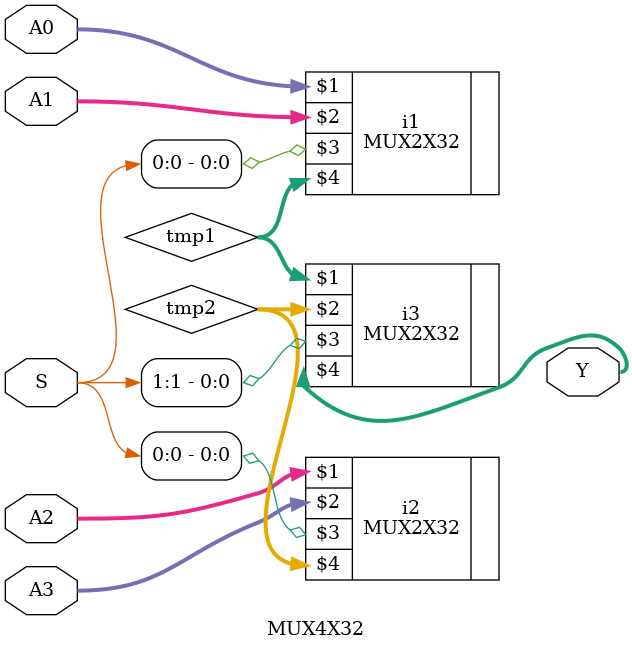
<source format=v>
`timescale 1ns / 1ps

module MUX4X32(A0,A1,A2,A3,S,Y
    );
	input[31:0] A0,A1,A2,A3;
	input[1:0] S;
	output[31:0] Y;
	wire[31:0] tmp1,tmp2;
	MUX2X32 i1(A0,A1,S[0],tmp1);
	MUX2X32 i2(A2,A3,S[0],tmp2);
	MUX2X32 i3(tmp1,tmp2,S[1],Y);
endmodule


</source>
